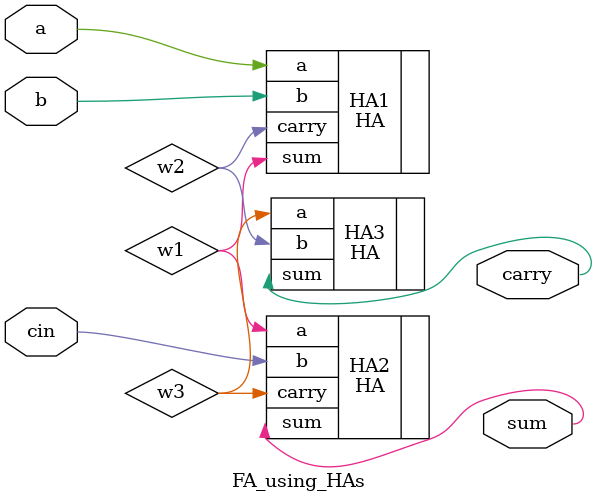
<source format=v>
`timescale 1ns / 1ps


module FA_using_HAs(input a,b,cin,output sum,carry);
wire w1,w2,w3;
HA HA1(.a(a),.b(b),.sum(w1),.carry(w2));
HA HA2(.a(w1),.b(cin),.sum(sum),.carry(w3));
HA HA3(.a(w3),.b(w2),.sum(carry));
endmodule

</source>
